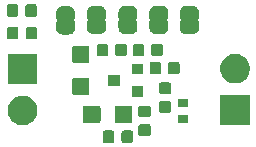
<source format=gbr>
G04 #@! TF.GenerationSoftware,KiCad,Pcbnew,(5.1.4)-1*
G04 #@! TF.CreationDate,2019-12-17T16:38:54-05:00*
G04 #@! TF.ProjectId,BJTPreamp,424a5450-7265-4616-9d70-2e6b69636164,rev?*
G04 #@! TF.SameCoordinates,Original*
G04 #@! TF.FileFunction,Soldermask,Top*
G04 #@! TF.FilePolarity,Negative*
%FSLAX46Y46*%
G04 Gerber Fmt 4.6, Leading zero omitted, Abs format (unit mm)*
G04 Created by KiCad (PCBNEW (5.1.4)-1) date 2019-12-17 16:38:54*
%MOMM*%
%LPD*%
G04 APERTURE LIST*
%ADD10C,0.100000*%
G04 APERTURE END LIST*
D10*
G36*
X82066691Y-100277985D02*
G01*
X82100669Y-100288293D01*
X82131990Y-100305034D01*
X82159439Y-100327561D01*
X82181966Y-100355010D01*
X82198707Y-100386331D01*
X82209015Y-100420309D01*
X82213100Y-100461790D01*
X82213100Y-101138010D01*
X82209015Y-101179491D01*
X82198707Y-101213469D01*
X82181966Y-101244790D01*
X82159439Y-101272239D01*
X82131990Y-101294766D01*
X82100669Y-101311507D01*
X82066691Y-101321815D01*
X82025210Y-101325900D01*
X81423990Y-101325900D01*
X81382509Y-101321815D01*
X81348531Y-101311507D01*
X81317210Y-101294766D01*
X81289761Y-101272239D01*
X81267234Y-101244790D01*
X81250493Y-101213469D01*
X81240185Y-101179491D01*
X81236100Y-101138010D01*
X81236100Y-100461790D01*
X81240185Y-100420309D01*
X81250493Y-100386331D01*
X81267234Y-100355010D01*
X81289761Y-100327561D01*
X81317210Y-100305034D01*
X81348531Y-100288293D01*
X81382509Y-100277985D01*
X81423990Y-100273900D01*
X82025210Y-100273900D01*
X82066691Y-100277985D01*
X82066691Y-100277985D01*
G37*
G36*
X80491691Y-100277985D02*
G01*
X80525669Y-100288293D01*
X80556990Y-100305034D01*
X80584439Y-100327561D01*
X80606966Y-100355010D01*
X80623707Y-100386331D01*
X80634015Y-100420309D01*
X80638100Y-100461790D01*
X80638100Y-101138010D01*
X80634015Y-101179491D01*
X80623707Y-101213469D01*
X80606966Y-101244790D01*
X80584439Y-101272239D01*
X80556990Y-101294766D01*
X80525669Y-101311507D01*
X80491691Y-101321815D01*
X80450210Y-101325900D01*
X79848990Y-101325900D01*
X79807509Y-101321815D01*
X79773531Y-101311507D01*
X79742210Y-101294766D01*
X79714761Y-101272239D01*
X79692234Y-101244790D01*
X79675493Y-101213469D01*
X79665185Y-101179491D01*
X79661100Y-101138010D01*
X79661100Y-100461790D01*
X79665185Y-100420309D01*
X79675493Y-100386331D01*
X79692234Y-100355010D01*
X79714761Y-100327561D01*
X79742210Y-100305034D01*
X79773531Y-100288293D01*
X79807509Y-100277985D01*
X79848990Y-100273900D01*
X80450210Y-100273900D01*
X80491691Y-100277985D01*
X80491691Y-100277985D01*
G37*
G36*
X83577291Y-99756785D02*
G01*
X83611269Y-99767093D01*
X83642590Y-99783834D01*
X83670039Y-99806361D01*
X83692566Y-99833810D01*
X83709307Y-99865131D01*
X83719615Y-99899109D01*
X83723700Y-99940590D01*
X83723700Y-100541810D01*
X83719615Y-100583291D01*
X83709307Y-100617269D01*
X83692566Y-100648590D01*
X83670039Y-100676039D01*
X83642590Y-100698566D01*
X83611269Y-100715307D01*
X83577291Y-100725615D01*
X83535810Y-100729700D01*
X82859590Y-100729700D01*
X82818109Y-100725615D01*
X82784131Y-100715307D01*
X82752810Y-100698566D01*
X82725361Y-100676039D01*
X82702834Y-100648590D01*
X82686093Y-100617269D01*
X82675785Y-100583291D01*
X82671700Y-100541810D01*
X82671700Y-99940590D01*
X82675785Y-99899109D01*
X82686093Y-99865131D01*
X82702834Y-99833810D01*
X82725361Y-99806361D01*
X82752810Y-99783834D01*
X82784131Y-99767093D01*
X82818109Y-99756785D01*
X82859590Y-99752700D01*
X83535810Y-99752700D01*
X83577291Y-99756785D01*
X83577291Y-99756785D01*
G37*
G36*
X73237503Y-97364195D02*
G01*
X73385990Y-97425700D01*
X73465171Y-97458498D01*
X73670066Y-97595405D01*
X73844315Y-97769654D01*
X73979579Y-97972090D01*
X73981223Y-97974551D01*
X74075525Y-98202217D01*
X74123600Y-98443906D01*
X74123600Y-98690334D01*
X74075525Y-98932023D01*
X73983290Y-99154700D01*
X73981222Y-99159691D01*
X73844315Y-99364586D01*
X73670066Y-99538835D01*
X73465171Y-99675742D01*
X73465170Y-99675743D01*
X73465169Y-99675743D01*
X73237503Y-99770045D01*
X72995814Y-99818120D01*
X72749386Y-99818120D01*
X72507697Y-99770045D01*
X72280031Y-99675743D01*
X72280030Y-99675743D01*
X72280029Y-99675742D01*
X72075134Y-99538835D01*
X71900885Y-99364586D01*
X71763978Y-99159691D01*
X71761911Y-99154700D01*
X71669675Y-98932023D01*
X71621600Y-98690334D01*
X71621600Y-98443906D01*
X71669675Y-98202217D01*
X71763977Y-97974551D01*
X71765621Y-97972090D01*
X71900885Y-97769654D01*
X72075134Y-97595405D01*
X72280029Y-97458498D01*
X72359211Y-97425700D01*
X72507697Y-97364195D01*
X72749386Y-97316120D01*
X72995814Y-97316120D01*
X73237503Y-97364195D01*
X73237503Y-97364195D01*
G37*
G36*
X92116960Y-99792840D02*
G01*
X89614960Y-99792840D01*
X89614960Y-97290840D01*
X92116960Y-97290840D01*
X92116960Y-99792840D01*
X92116960Y-99792840D01*
G37*
G36*
X86849900Y-99679200D02*
G01*
X86047900Y-99679200D01*
X86047900Y-98977200D01*
X86849900Y-98977200D01*
X86849900Y-99679200D01*
X86849900Y-99679200D01*
G37*
G36*
X79308598Y-98185847D02*
G01*
X79344167Y-98196637D01*
X79376939Y-98214154D01*
X79405669Y-98237731D01*
X79429246Y-98266461D01*
X79446763Y-98299233D01*
X79457553Y-98334802D01*
X79461800Y-98377925D01*
X79461800Y-99437275D01*
X79457553Y-99480398D01*
X79446763Y-99515967D01*
X79429246Y-99548739D01*
X79405669Y-99577469D01*
X79376939Y-99601046D01*
X79344167Y-99618563D01*
X79308598Y-99629353D01*
X79265475Y-99633600D01*
X78156125Y-99633600D01*
X78113002Y-99629353D01*
X78077433Y-99618563D01*
X78044661Y-99601046D01*
X78015931Y-99577469D01*
X77992354Y-99548739D01*
X77974837Y-99515967D01*
X77964047Y-99480398D01*
X77959800Y-99437275D01*
X77959800Y-98377925D01*
X77964047Y-98334802D01*
X77974837Y-98299233D01*
X77992354Y-98266461D01*
X78015931Y-98237731D01*
X78044661Y-98214154D01*
X78077433Y-98196637D01*
X78113002Y-98185847D01*
X78156125Y-98181600D01*
X79265475Y-98181600D01*
X79308598Y-98185847D01*
X79308598Y-98185847D01*
G37*
G36*
X82008598Y-98185847D02*
G01*
X82044167Y-98196637D01*
X82076939Y-98214154D01*
X82105669Y-98237731D01*
X82129246Y-98266461D01*
X82146763Y-98299233D01*
X82157553Y-98334802D01*
X82161800Y-98377925D01*
X82161800Y-99437275D01*
X82157553Y-99480398D01*
X82146763Y-99515967D01*
X82129246Y-99548739D01*
X82105669Y-99577469D01*
X82076939Y-99601046D01*
X82044167Y-99618563D01*
X82008598Y-99629353D01*
X81965475Y-99633600D01*
X80856125Y-99633600D01*
X80813002Y-99629353D01*
X80777433Y-99618563D01*
X80744661Y-99601046D01*
X80715931Y-99577469D01*
X80692354Y-99548739D01*
X80674837Y-99515967D01*
X80664047Y-99480398D01*
X80659800Y-99437275D01*
X80659800Y-98377925D01*
X80664047Y-98334802D01*
X80674837Y-98299233D01*
X80692354Y-98266461D01*
X80715931Y-98237731D01*
X80744661Y-98214154D01*
X80777433Y-98196637D01*
X80813002Y-98185847D01*
X80856125Y-98181600D01*
X81965475Y-98181600D01*
X82008598Y-98185847D01*
X82008598Y-98185847D01*
G37*
G36*
X83577291Y-98181785D02*
G01*
X83611269Y-98192093D01*
X83642590Y-98208834D01*
X83670039Y-98231361D01*
X83692566Y-98258810D01*
X83709307Y-98290131D01*
X83719615Y-98324109D01*
X83723700Y-98365590D01*
X83723700Y-98966810D01*
X83719615Y-99008291D01*
X83709307Y-99042269D01*
X83692566Y-99073590D01*
X83670039Y-99101039D01*
X83642590Y-99123566D01*
X83611269Y-99140307D01*
X83577291Y-99150615D01*
X83535810Y-99154700D01*
X82859590Y-99154700D01*
X82818109Y-99150615D01*
X82784131Y-99140307D01*
X82752810Y-99123566D01*
X82725361Y-99101039D01*
X82702834Y-99073590D01*
X82686093Y-99042269D01*
X82675785Y-99008291D01*
X82671700Y-98966810D01*
X82671700Y-98365590D01*
X82675785Y-98324109D01*
X82686093Y-98290131D01*
X82702834Y-98258810D01*
X82725361Y-98231361D01*
X82752810Y-98208834D01*
X82784131Y-98192093D01*
X82818109Y-98181785D01*
X82859590Y-98177700D01*
X83535810Y-98177700D01*
X83577291Y-98181785D01*
X83577291Y-98181785D01*
G37*
G36*
X85317191Y-97788285D02*
G01*
X85351169Y-97798593D01*
X85382490Y-97815334D01*
X85409939Y-97837861D01*
X85432466Y-97865310D01*
X85449207Y-97896631D01*
X85459515Y-97930609D01*
X85463600Y-97972090D01*
X85463600Y-98573310D01*
X85459515Y-98614791D01*
X85449207Y-98648769D01*
X85432466Y-98680090D01*
X85409939Y-98707539D01*
X85382490Y-98730066D01*
X85351169Y-98746807D01*
X85317191Y-98757115D01*
X85275710Y-98761200D01*
X84599490Y-98761200D01*
X84558009Y-98757115D01*
X84524031Y-98746807D01*
X84492710Y-98730066D01*
X84465261Y-98707539D01*
X84442734Y-98680090D01*
X84425993Y-98648769D01*
X84415685Y-98614791D01*
X84411600Y-98573310D01*
X84411600Y-97972090D01*
X84415685Y-97930609D01*
X84425993Y-97896631D01*
X84442734Y-97865310D01*
X84465261Y-97837861D01*
X84492710Y-97815334D01*
X84524031Y-97798593D01*
X84558009Y-97788285D01*
X84599490Y-97784200D01*
X85275710Y-97784200D01*
X85317191Y-97788285D01*
X85317191Y-97788285D01*
G37*
G36*
X86849900Y-98279200D02*
G01*
X86047900Y-98279200D01*
X86047900Y-97577200D01*
X86849900Y-97577200D01*
X86849900Y-98279200D01*
X86849900Y-98279200D01*
G37*
G36*
X83098500Y-97425700D02*
G01*
X82096500Y-97425700D01*
X82096500Y-96523700D01*
X83098500Y-96523700D01*
X83098500Y-97425700D01*
X83098500Y-97425700D01*
G37*
G36*
X78360298Y-95802447D02*
G01*
X78395867Y-95813237D01*
X78428639Y-95830754D01*
X78457369Y-95854331D01*
X78480946Y-95883061D01*
X78498463Y-95915833D01*
X78509253Y-95951402D01*
X78513500Y-95994525D01*
X78513500Y-97103875D01*
X78509253Y-97146998D01*
X78498463Y-97182567D01*
X78480946Y-97215339D01*
X78457369Y-97244069D01*
X78428639Y-97267646D01*
X78395867Y-97285163D01*
X78360298Y-97295953D01*
X78317175Y-97300200D01*
X77257825Y-97300200D01*
X77214702Y-97295953D01*
X77179133Y-97285163D01*
X77146361Y-97267646D01*
X77117631Y-97244069D01*
X77094054Y-97215339D01*
X77076537Y-97182567D01*
X77065747Y-97146998D01*
X77061500Y-97103875D01*
X77061500Y-95994525D01*
X77065747Y-95951402D01*
X77076537Y-95915833D01*
X77094054Y-95883061D01*
X77117631Y-95854331D01*
X77146361Y-95830754D01*
X77179133Y-95813237D01*
X77214702Y-95802447D01*
X77257825Y-95798200D01*
X78317175Y-95798200D01*
X78360298Y-95802447D01*
X78360298Y-95802447D01*
G37*
G36*
X85317191Y-96213285D02*
G01*
X85351169Y-96223593D01*
X85382490Y-96240334D01*
X85409939Y-96262861D01*
X85432466Y-96290310D01*
X85449207Y-96321631D01*
X85459515Y-96355609D01*
X85463600Y-96397090D01*
X85463600Y-96998310D01*
X85459515Y-97039791D01*
X85449207Y-97073769D01*
X85432466Y-97105090D01*
X85409939Y-97132539D01*
X85382490Y-97155066D01*
X85351169Y-97171807D01*
X85317191Y-97182115D01*
X85275710Y-97186200D01*
X84599490Y-97186200D01*
X84558009Y-97182115D01*
X84524031Y-97171807D01*
X84492710Y-97155066D01*
X84465261Y-97132539D01*
X84442734Y-97105090D01*
X84425993Y-97073769D01*
X84415685Y-97039791D01*
X84411600Y-96998310D01*
X84411600Y-96397090D01*
X84415685Y-96355609D01*
X84425993Y-96321631D01*
X84442734Y-96290310D01*
X84465261Y-96262861D01*
X84492710Y-96240334D01*
X84524031Y-96223593D01*
X84558009Y-96213285D01*
X84599490Y-96209200D01*
X85275710Y-96209200D01*
X85317191Y-96213285D01*
X85317191Y-96213285D01*
G37*
G36*
X81098500Y-96475700D02*
G01*
X80096500Y-96475700D01*
X80096500Y-95573700D01*
X81098500Y-95573700D01*
X81098500Y-96475700D01*
X81098500Y-96475700D01*
G37*
G36*
X74123600Y-96318120D02*
G01*
X71621600Y-96318120D01*
X71621600Y-93816120D01*
X74123600Y-93816120D01*
X74123600Y-96318120D01*
X74123600Y-96318120D01*
G37*
G36*
X91230863Y-93838915D02*
G01*
X91442219Y-93926461D01*
X91458531Y-93933218D01*
X91663426Y-94070125D01*
X91837675Y-94244374D01*
X91974582Y-94449269D01*
X91974583Y-94449271D01*
X92068885Y-94676937D01*
X92116960Y-94918626D01*
X92116960Y-95165054D01*
X92068885Y-95406743D01*
X92019612Y-95525700D01*
X91974582Y-95634411D01*
X91837675Y-95839306D01*
X91663426Y-96013555D01*
X91458531Y-96150462D01*
X91458530Y-96150463D01*
X91458529Y-96150463D01*
X91230863Y-96244765D01*
X90989174Y-96292840D01*
X90742746Y-96292840D01*
X90501057Y-96244765D01*
X90273391Y-96150463D01*
X90273390Y-96150463D01*
X90273389Y-96150462D01*
X90068494Y-96013555D01*
X89894245Y-95839306D01*
X89757338Y-95634411D01*
X89712309Y-95525700D01*
X89663035Y-95406743D01*
X89614960Y-95165054D01*
X89614960Y-94918626D01*
X89663035Y-94676937D01*
X89757337Y-94449271D01*
X89757338Y-94449269D01*
X89894245Y-94244374D01*
X90068494Y-94070125D01*
X90273389Y-93933218D01*
X90289702Y-93926461D01*
X90501057Y-93838915D01*
X90742746Y-93790840D01*
X90989174Y-93790840D01*
X91230863Y-93838915D01*
X91230863Y-93838915D01*
G37*
G36*
X83098500Y-95525700D02*
G01*
X82096500Y-95525700D01*
X82096500Y-94623700D01*
X83098500Y-94623700D01*
X83098500Y-95525700D01*
X83098500Y-95525700D01*
G37*
G36*
X86016391Y-94461385D02*
G01*
X86050369Y-94471693D01*
X86081690Y-94488434D01*
X86109139Y-94510961D01*
X86131666Y-94538410D01*
X86148407Y-94569731D01*
X86158715Y-94603709D01*
X86162800Y-94645190D01*
X86162800Y-95321410D01*
X86158715Y-95362891D01*
X86148407Y-95396869D01*
X86131666Y-95428190D01*
X86109139Y-95455639D01*
X86081690Y-95478166D01*
X86050369Y-95494907D01*
X86016391Y-95505215D01*
X85974910Y-95509300D01*
X85373690Y-95509300D01*
X85332209Y-95505215D01*
X85298231Y-95494907D01*
X85266910Y-95478166D01*
X85239461Y-95455639D01*
X85216934Y-95428190D01*
X85200193Y-95396869D01*
X85189885Y-95362891D01*
X85185800Y-95321410D01*
X85185800Y-94645190D01*
X85189885Y-94603709D01*
X85200193Y-94569731D01*
X85216934Y-94538410D01*
X85239461Y-94510961D01*
X85266910Y-94488434D01*
X85298231Y-94471693D01*
X85332209Y-94461385D01*
X85373690Y-94457300D01*
X85974910Y-94457300D01*
X86016391Y-94461385D01*
X86016391Y-94461385D01*
G37*
G36*
X84441391Y-94461385D02*
G01*
X84475369Y-94471693D01*
X84506690Y-94488434D01*
X84534139Y-94510961D01*
X84556666Y-94538410D01*
X84573407Y-94569731D01*
X84583715Y-94603709D01*
X84587800Y-94645190D01*
X84587800Y-95321410D01*
X84583715Y-95362891D01*
X84573407Y-95396869D01*
X84556666Y-95428190D01*
X84534139Y-95455639D01*
X84506690Y-95478166D01*
X84475369Y-95494907D01*
X84441391Y-95505215D01*
X84399910Y-95509300D01*
X83798690Y-95509300D01*
X83757209Y-95505215D01*
X83723231Y-95494907D01*
X83691910Y-95478166D01*
X83664461Y-95455639D01*
X83641934Y-95428190D01*
X83625193Y-95396869D01*
X83614885Y-95362891D01*
X83610800Y-95321410D01*
X83610800Y-94645190D01*
X83614885Y-94603709D01*
X83625193Y-94569731D01*
X83641934Y-94538410D01*
X83664461Y-94510961D01*
X83691910Y-94488434D01*
X83723231Y-94471693D01*
X83757209Y-94461385D01*
X83798690Y-94457300D01*
X84399910Y-94457300D01*
X84441391Y-94461385D01*
X84441391Y-94461385D01*
G37*
G36*
X78360298Y-93102447D02*
G01*
X78395867Y-93113237D01*
X78428639Y-93130754D01*
X78457369Y-93154331D01*
X78480946Y-93183061D01*
X78498463Y-93215833D01*
X78509253Y-93251402D01*
X78513500Y-93294525D01*
X78513500Y-94403875D01*
X78509253Y-94446998D01*
X78498463Y-94482567D01*
X78480946Y-94515339D01*
X78457369Y-94544069D01*
X78428639Y-94567646D01*
X78395867Y-94585163D01*
X78360298Y-94595953D01*
X78317175Y-94600200D01*
X77257825Y-94600200D01*
X77214702Y-94595953D01*
X77179133Y-94585163D01*
X77146361Y-94567646D01*
X77117631Y-94544069D01*
X77094054Y-94515339D01*
X77076537Y-94482567D01*
X77065747Y-94446998D01*
X77061500Y-94403875D01*
X77061500Y-93294525D01*
X77065747Y-93251402D01*
X77076537Y-93215833D01*
X77094054Y-93183061D01*
X77117631Y-93154331D01*
X77146361Y-93130754D01*
X77179133Y-93113237D01*
X77214702Y-93102447D01*
X77257825Y-93098200D01*
X78317175Y-93098200D01*
X78360298Y-93102447D01*
X78360298Y-93102447D01*
G37*
G36*
X83018991Y-92950085D02*
G01*
X83052969Y-92960393D01*
X83084290Y-92977134D01*
X83111739Y-92999661D01*
X83134266Y-93027110D01*
X83151007Y-93058431D01*
X83161315Y-93092409D01*
X83165400Y-93133890D01*
X83165400Y-93810110D01*
X83161315Y-93851591D01*
X83151007Y-93885569D01*
X83134266Y-93916890D01*
X83111739Y-93944339D01*
X83084290Y-93966866D01*
X83052969Y-93983607D01*
X83018991Y-93993915D01*
X82977510Y-93998000D01*
X82376290Y-93998000D01*
X82334809Y-93993915D01*
X82300831Y-93983607D01*
X82269510Y-93966866D01*
X82242061Y-93944339D01*
X82219534Y-93916890D01*
X82202793Y-93885569D01*
X82192485Y-93851591D01*
X82188400Y-93810110D01*
X82188400Y-93133890D01*
X82192485Y-93092409D01*
X82202793Y-93058431D01*
X82219534Y-93027110D01*
X82242061Y-92999661D01*
X82269510Y-92977134D01*
X82300831Y-92960393D01*
X82334809Y-92950085D01*
X82376290Y-92946000D01*
X82977510Y-92946000D01*
X83018991Y-92950085D01*
X83018991Y-92950085D01*
G37*
G36*
X81545991Y-92950085D02*
G01*
X81579969Y-92960393D01*
X81611290Y-92977134D01*
X81638739Y-92999661D01*
X81661266Y-93027110D01*
X81678007Y-93058431D01*
X81688315Y-93092409D01*
X81692400Y-93133890D01*
X81692400Y-93810110D01*
X81688315Y-93851591D01*
X81678007Y-93885569D01*
X81661266Y-93916890D01*
X81638739Y-93944339D01*
X81611290Y-93966866D01*
X81579969Y-93983607D01*
X81545991Y-93993915D01*
X81504510Y-93998000D01*
X80903290Y-93998000D01*
X80861809Y-93993915D01*
X80827831Y-93983607D01*
X80796510Y-93966866D01*
X80769061Y-93944339D01*
X80746534Y-93916890D01*
X80729793Y-93885569D01*
X80719485Y-93851591D01*
X80715400Y-93810110D01*
X80715400Y-93133890D01*
X80719485Y-93092409D01*
X80729793Y-93058431D01*
X80746534Y-93027110D01*
X80769061Y-92999661D01*
X80796510Y-92977134D01*
X80827831Y-92960393D01*
X80861809Y-92950085D01*
X80903290Y-92946000D01*
X81504510Y-92946000D01*
X81545991Y-92950085D01*
X81545991Y-92950085D01*
G37*
G36*
X79970991Y-92950085D02*
G01*
X80004969Y-92960393D01*
X80036290Y-92977134D01*
X80063739Y-92999661D01*
X80086266Y-93027110D01*
X80103007Y-93058431D01*
X80113315Y-93092409D01*
X80117400Y-93133890D01*
X80117400Y-93810110D01*
X80113315Y-93851591D01*
X80103007Y-93885569D01*
X80086266Y-93916890D01*
X80063739Y-93944339D01*
X80036290Y-93966866D01*
X80004969Y-93983607D01*
X79970991Y-93993915D01*
X79929510Y-93998000D01*
X79328290Y-93998000D01*
X79286809Y-93993915D01*
X79252831Y-93983607D01*
X79221510Y-93966866D01*
X79194061Y-93944339D01*
X79171534Y-93916890D01*
X79154793Y-93885569D01*
X79144485Y-93851591D01*
X79140400Y-93810110D01*
X79140400Y-93133890D01*
X79144485Y-93092409D01*
X79154793Y-93058431D01*
X79171534Y-93027110D01*
X79194061Y-92999661D01*
X79221510Y-92977134D01*
X79252831Y-92960393D01*
X79286809Y-92950085D01*
X79328290Y-92946000D01*
X79929510Y-92946000D01*
X79970991Y-92950085D01*
X79970991Y-92950085D01*
G37*
G36*
X84593991Y-92950085D02*
G01*
X84627969Y-92960393D01*
X84659290Y-92977134D01*
X84686739Y-92999661D01*
X84709266Y-93027110D01*
X84726007Y-93058431D01*
X84736315Y-93092409D01*
X84740400Y-93133890D01*
X84740400Y-93810110D01*
X84736315Y-93851591D01*
X84726007Y-93885569D01*
X84709266Y-93916890D01*
X84686739Y-93944339D01*
X84659290Y-93966866D01*
X84627969Y-93983607D01*
X84593991Y-93993915D01*
X84552510Y-93998000D01*
X83951290Y-93998000D01*
X83909809Y-93993915D01*
X83875831Y-93983607D01*
X83844510Y-93966866D01*
X83817061Y-93944339D01*
X83794534Y-93916890D01*
X83777793Y-93885569D01*
X83767485Y-93851591D01*
X83763400Y-93810110D01*
X83763400Y-93133890D01*
X83767485Y-93092409D01*
X83777793Y-93058431D01*
X83794534Y-93027110D01*
X83817061Y-92999661D01*
X83844510Y-92977134D01*
X83875831Y-92960393D01*
X83909809Y-92950085D01*
X83951290Y-92946000D01*
X84552510Y-92946000D01*
X84593991Y-92950085D01*
X84593991Y-92950085D01*
G37*
G36*
X72371311Y-91507365D02*
G01*
X72405289Y-91517673D01*
X72436610Y-91534414D01*
X72464059Y-91556941D01*
X72486586Y-91584390D01*
X72503327Y-91615711D01*
X72513635Y-91649689D01*
X72517720Y-91691170D01*
X72517720Y-92367390D01*
X72513635Y-92408871D01*
X72503327Y-92442849D01*
X72486586Y-92474170D01*
X72464059Y-92501619D01*
X72436610Y-92524146D01*
X72405289Y-92540887D01*
X72371311Y-92551195D01*
X72329830Y-92555280D01*
X71728610Y-92555280D01*
X71687129Y-92551195D01*
X71653151Y-92540887D01*
X71621830Y-92524146D01*
X71594381Y-92501619D01*
X71571854Y-92474170D01*
X71555113Y-92442849D01*
X71544805Y-92408871D01*
X71540720Y-92367390D01*
X71540720Y-91691170D01*
X71544805Y-91649689D01*
X71555113Y-91615711D01*
X71571854Y-91584390D01*
X71594381Y-91556941D01*
X71621830Y-91534414D01*
X71653151Y-91517673D01*
X71687129Y-91507365D01*
X71728610Y-91503280D01*
X72329830Y-91503280D01*
X72371311Y-91507365D01*
X72371311Y-91507365D01*
G37*
G36*
X73946311Y-91507365D02*
G01*
X73980289Y-91517673D01*
X74011610Y-91534414D01*
X74039059Y-91556941D01*
X74061586Y-91584390D01*
X74078327Y-91615711D01*
X74088635Y-91649689D01*
X74092720Y-91691170D01*
X74092720Y-92367390D01*
X74088635Y-92408871D01*
X74078327Y-92442849D01*
X74061586Y-92474170D01*
X74039059Y-92501619D01*
X74011610Y-92524146D01*
X73980289Y-92540887D01*
X73946311Y-92551195D01*
X73904830Y-92555280D01*
X73303610Y-92555280D01*
X73262129Y-92551195D01*
X73228151Y-92540887D01*
X73196830Y-92524146D01*
X73169381Y-92501619D01*
X73146854Y-92474170D01*
X73130113Y-92442849D01*
X73119805Y-92408871D01*
X73115720Y-92367390D01*
X73115720Y-91691170D01*
X73119805Y-91649689D01*
X73130113Y-91615711D01*
X73146854Y-91584390D01*
X73169381Y-91556941D01*
X73196830Y-91534414D01*
X73228151Y-91517673D01*
X73262129Y-91507365D01*
X73303610Y-91503280D01*
X73904830Y-91503280D01*
X73946311Y-91507365D01*
X73946311Y-91507365D01*
G37*
G36*
X76761919Y-89747194D02*
G01*
X76774170Y-89747796D01*
X76792589Y-89747796D01*
X76814869Y-89749990D01*
X76898953Y-89766716D01*
X76920380Y-89773216D01*
X76999578Y-89806020D01*
X77005023Y-89808931D01*
X77005029Y-89808933D01*
X77013889Y-89813669D01*
X77013893Y-89813672D01*
X77019334Y-89816580D01*
X77090619Y-89864211D01*
X77107924Y-89878412D01*
X77168548Y-89939036D01*
X77182749Y-89956341D01*
X77230380Y-90027626D01*
X77233288Y-90033067D01*
X77233291Y-90033071D01*
X77238027Y-90041931D01*
X77238029Y-90041937D01*
X77240940Y-90047382D01*
X77273744Y-90126580D01*
X77280244Y-90148007D01*
X77296970Y-90232091D01*
X77299164Y-90254371D01*
X77299164Y-90272790D01*
X77299766Y-90285041D01*
X77301572Y-90303379D01*
X77301572Y-90791100D01*
X77299983Y-90807239D01*
X77297068Y-90816848D01*
X77292330Y-90825712D01*
X77285957Y-90833477D01*
X77273514Y-90843688D01*
X77263145Y-90850618D01*
X77245818Y-90867945D01*
X77232205Y-90888320D01*
X77222829Y-90910960D01*
X77218049Y-90934993D01*
X77218050Y-90959497D01*
X77222832Y-90983530D01*
X77232210Y-91006169D01*
X77245825Y-91026542D01*
X77263152Y-91043869D01*
X77273522Y-91050798D01*
X77285957Y-91061003D01*
X77292330Y-91068768D01*
X77297068Y-91077632D01*
X77299983Y-91087241D01*
X77301572Y-91103380D01*
X77301572Y-91591102D01*
X77299766Y-91609439D01*
X77299164Y-91621690D01*
X77299164Y-91640109D01*
X77296970Y-91662389D01*
X77280244Y-91746473D01*
X77273744Y-91767900D01*
X77240940Y-91847098D01*
X77238029Y-91852543D01*
X77238027Y-91852549D01*
X77233291Y-91861409D01*
X77233288Y-91861413D01*
X77230380Y-91866854D01*
X77182749Y-91938139D01*
X77168548Y-91955444D01*
X77107924Y-92016068D01*
X77090619Y-92030269D01*
X77019334Y-92077900D01*
X77013893Y-92080808D01*
X77013889Y-92080811D01*
X77005029Y-92085547D01*
X77005023Y-92085549D01*
X76999578Y-92088460D01*
X76920380Y-92121264D01*
X76898953Y-92127764D01*
X76814869Y-92144490D01*
X76792589Y-92146684D01*
X76774170Y-92146684D01*
X76761919Y-92147286D01*
X76743582Y-92149092D01*
X76255858Y-92149092D01*
X76237521Y-92147286D01*
X76225270Y-92146684D01*
X76206851Y-92146684D01*
X76184571Y-92144490D01*
X76100487Y-92127764D01*
X76079060Y-92121264D01*
X75999862Y-92088460D01*
X75994417Y-92085549D01*
X75994411Y-92085547D01*
X75985551Y-92080811D01*
X75985547Y-92080808D01*
X75980106Y-92077900D01*
X75908821Y-92030269D01*
X75891516Y-92016068D01*
X75830892Y-91955444D01*
X75816691Y-91938139D01*
X75769060Y-91866854D01*
X75766152Y-91861413D01*
X75766149Y-91861409D01*
X75761413Y-91852549D01*
X75761411Y-91852543D01*
X75758500Y-91847098D01*
X75725696Y-91767900D01*
X75719196Y-91746473D01*
X75702470Y-91662389D01*
X75700276Y-91640109D01*
X75700276Y-91621690D01*
X75699674Y-91609439D01*
X75697868Y-91591102D01*
X75697868Y-91103380D01*
X75699457Y-91087241D01*
X75702372Y-91077632D01*
X75707110Y-91068768D01*
X75713483Y-91061003D01*
X75725926Y-91050792D01*
X75736295Y-91043862D01*
X75753622Y-91026535D01*
X75767235Y-91006160D01*
X75776611Y-90983520D01*
X75781391Y-90959487D01*
X75781390Y-90934983D01*
X75776608Y-90910950D01*
X75767230Y-90888311D01*
X75753615Y-90867938D01*
X75736288Y-90850611D01*
X75725918Y-90843682D01*
X75713483Y-90833477D01*
X75707110Y-90825712D01*
X75702372Y-90816848D01*
X75699457Y-90807239D01*
X75697868Y-90791100D01*
X75697868Y-90303379D01*
X75699674Y-90285041D01*
X75700276Y-90272790D01*
X75700276Y-90254371D01*
X75702470Y-90232091D01*
X75719196Y-90148007D01*
X75725696Y-90126580D01*
X75758500Y-90047382D01*
X75761411Y-90041937D01*
X75761413Y-90041931D01*
X75766149Y-90033071D01*
X75766152Y-90033067D01*
X75769060Y-90027626D01*
X75816691Y-89956341D01*
X75830892Y-89939036D01*
X75891516Y-89878412D01*
X75908821Y-89864211D01*
X75980106Y-89816580D01*
X75985547Y-89813672D01*
X75985551Y-89813669D01*
X75994411Y-89808933D01*
X75994417Y-89808931D01*
X75999862Y-89806020D01*
X76079060Y-89773216D01*
X76100487Y-89766716D01*
X76184571Y-89749990D01*
X76206851Y-89747796D01*
X76225270Y-89747796D01*
X76237521Y-89747194D01*
X76255859Y-89745388D01*
X76743581Y-89745388D01*
X76761919Y-89747194D01*
X76761919Y-89747194D01*
G37*
G36*
X79378119Y-89716954D02*
G01*
X79390370Y-89717556D01*
X79408789Y-89717556D01*
X79431069Y-89719750D01*
X79515153Y-89736476D01*
X79536580Y-89742976D01*
X79615778Y-89775780D01*
X79621223Y-89778691D01*
X79621229Y-89778693D01*
X79630089Y-89783429D01*
X79630093Y-89783432D01*
X79635534Y-89786340D01*
X79706819Y-89833971D01*
X79724124Y-89848172D01*
X79784748Y-89908796D01*
X79798949Y-89926101D01*
X79846580Y-89997386D01*
X79849488Y-90002827D01*
X79849491Y-90002831D01*
X79854227Y-90011691D01*
X79854229Y-90011697D01*
X79857140Y-90017142D01*
X79889944Y-90096340D01*
X79896444Y-90117767D01*
X79913170Y-90201851D01*
X79915364Y-90224131D01*
X79915364Y-90242550D01*
X79915966Y-90254801D01*
X79917772Y-90273139D01*
X79917772Y-90760860D01*
X79916183Y-90776999D01*
X79913268Y-90786608D01*
X79908530Y-90795472D01*
X79902157Y-90803237D01*
X79889714Y-90813448D01*
X79879345Y-90820378D01*
X79862018Y-90837705D01*
X79848405Y-90858080D01*
X79839029Y-90880720D01*
X79834249Y-90904753D01*
X79834250Y-90929257D01*
X79839032Y-90953290D01*
X79848410Y-90975929D01*
X79862025Y-90996302D01*
X79879352Y-91013629D01*
X79889722Y-91020558D01*
X79902157Y-91030763D01*
X79908530Y-91038528D01*
X79913268Y-91047392D01*
X79916183Y-91057001D01*
X79917772Y-91073140D01*
X79917772Y-91560862D01*
X79915966Y-91579199D01*
X79915364Y-91591450D01*
X79915364Y-91609869D01*
X79913170Y-91632149D01*
X79896444Y-91716233D01*
X79889944Y-91737660D01*
X79857140Y-91816858D01*
X79854229Y-91822303D01*
X79854227Y-91822309D01*
X79849491Y-91831169D01*
X79849488Y-91831173D01*
X79846580Y-91836614D01*
X79798949Y-91907899D01*
X79784748Y-91925204D01*
X79724124Y-91985828D01*
X79706819Y-92000029D01*
X79635534Y-92047660D01*
X79630093Y-92050568D01*
X79630089Y-92050571D01*
X79621229Y-92055307D01*
X79621223Y-92055309D01*
X79615778Y-92058220D01*
X79536580Y-92091024D01*
X79515153Y-92097524D01*
X79431069Y-92114250D01*
X79408789Y-92116444D01*
X79390370Y-92116444D01*
X79378119Y-92117046D01*
X79359782Y-92118852D01*
X78872058Y-92118852D01*
X78853721Y-92117046D01*
X78841470Y-92116444D01*
X78823051Y-92116444D01*
X78800771Y-92114250D01*
X78716687Y-92097524D01*
X78695260Y-92091024D01*
X78616062Y-92058220D01*
X78610617Y-92055309D01*
X78610611Y-92055307D01*
X78601751Y-92050571D01*
X78601747Y-92050568D01*
X78596306Y-92047660D01*
X78525021Y-92000029D01*
X78507716Y-91985828D01*
X78447092Y-91925204D01*
X78432891Y-91907899D01*
X78385260Y-91836614D01*
X78382352Y-91831173D01*
X78382349Y-91831169D01*
X78377613Y-91822309D01*
X78377611Y-91822303D01*
X78374700Y-91816858D01*
X78341896Y-91737660D01*
X78335396Y-91716233D01*
X78318670Y-91632149D01*
X78316476Y-91609869D01*
X78316476Y-91591450D01*
X78315874Y-91579199D01*
X78314068Y-91560862D01*
X78314068Y-91073140D01*
X78315657Y-91057001D01*
X78318572Y-91047392D01*
X78323310Y-91038528D01*
X78329683Y-91030763D01*
X78332600Y-91028369D01*
X78337449Y-91024390D01*
X78342126Y-91020552D01*
X78352495Y-91013622D01*
X78369822Y-90996295D01*
X78383435Y-90975920D01*
X78392811Y-90953280D01*
X78397591Y-90929247D01*
X78397590Y-90904743D01*
X78392808Y-90880710D01*
X78383430Y-90858071D01*
X78369815Y-90837698D01*
X78352488Y-90820371D01*
X78342118Y-90813442D01*
X78329683Y-90803237D01*
X78323310Y-90795472D01*
X78318572Y-90786608D01*
X78315657Y-90776999D01*
X78314068Y-90760860D01*
X78314068Y-90273139D01*
X78315874Y-90254801D01*
X78316476Y-90242550D01*
X78316476Y-90224131D01*
X78318670Y-90201851D01*
X78335396Y-90117767D01*
X78341896Y-90096340D01*
X78374700Y-90017142D01*
X78377611Y-90011697D01*
X78377613Y-90011691D01*
X78382349Y-90002831D01*
X78382352Y-90002827D01*
X78385260Y-89997386D01*
X78432891Y-89926101D01*
X78447092Y-89908796D01*
X78507716Y-89848172D01*
X78525021Y-89833971D01*
X78596306Y-89786340D01*
X78601747Y-89783432D01*
X78601751Y-89783429D01*
X78610611Y-89778693D01*
X78610617Y-89778691D01*
X78616062Y-89775780D01*
X78695260Y-89742976D01*
X78716687Y-89736476D01*
X78800771Y-89719750D01*
X78823051Y-89717556D01*
X78841470Y-89717556D01*
X78853721Y-89716954D01*
X78872059Y-89715148D01*
X79359781Y-89715148D01*
X79378119Y-89716954D01*
X79378119Y-89716954D01*
G37*
G36*
X87247039Y-89711634D02*
G01*
X87259290Y-89712236D01*
X87277709Y-89712236D01*
X87299989Y-89714430D01*
X87384073Y-89731156D01*
X87405500Y-89737656D01*
X87484698Y-89770460D01*
X87490143Y-89773371D01*
X87490149Y-89773373D01*
X87499009Y-89778109D01*
X87499013Y-89778112D01*
X87504454Y-89781020D01*
X87575739Y-89828651D01*
X87593044Y-89842852D01*
X87653668Y-89903476D01*
X87667869Y-89920781D01*
X87715500Y-89992066D01*
X87718408Y-89997507D01*
X87718411Y-89997511D01*
X87723147Y-90006371D01*
X87723149Y-90006377D01*
X87726060Y-90011822D01*
X87758864Y-90091020D01*
X87765364Y-90112447D01*
X87782090Y-90196531D01*
X87784284Y-90218811D01*
X87784284Y-90237230D01*
X87784886Y-90249481D01*
X87786692Y-90267819D01*
X87786692Y-90755540D01*
X87785103Y-90771679D01*
X87782188Y-90781288D01*
X87777450Y-90790152D01*
X87771077Y-90797917D01*
X87758634Y-90808128D01*
X87748265Y-90815058D01*
X87730938Y-90832385D01*
X87717325Y-90852760D01*
X87707949Y-90875400D01*
X87703169Y-90899433D01*
X87703170Y-90923937D01*
X87707952Y-90947970D01*
X87717330Y-90970609D01*
X87730945Y-90990982D01*
X87748272Y-91008309D01*
X87758642Y-91015238D01*
X87771077Y-91025443D01*
X87777450Y-91033208D01*
X87782188Y-91042072D01*
X87785103Y-91051681D01*
X87786692Y-91067820D01*
X87786692Y-91555542D01*
X87784886Y-91573879D01*
X87784284Y-91586130D01*
X87784284Y-91604549D01*
X87782090Y-91626829D01*
X87765364Y-91710913D01*
X87758864Y-91732340D01*
X87726060Y-91811538D01*
X87723149Y-91816983D01*
X87723147Y-91816989D01*
X87718411Y-91825849D01*
X87718408Y-91825853D01*
X87715500Y-91831294D01*
X87667869Y-91902579D01*
X87653668Y-91919884D01*
X87593044Y-91980508D01*
X87575739Y-91994709D01*
X87504454Y-92042340D01*
X87499013Y-92045248D01*
X87499009Y-92045251D01*
X87490149Y-92049987D01*
X87490143Y-92049989D01*
X87484698Y-92052900D01*
X87405500Y-92085704D01*
X87384073Y-92092204D01*
X87299989Y-92108930D01*
X87277709Y-92111124D01*
X87259290Y-92111124D01*
X87247039Y-92111726D01*
X87228702Y-92113532D01*
X86740978Y-92113532D01*
X86722641Y-92111726D01*
X86710390Y-92111124D01*
X86691971Y-92111124D01*
X86669691Y-92108930D01*
X86585607Y-92092204D01*
X86564180Y-92085704D01*
X86484982Y-92052900D01*
X86479537Y-92049989D01*
X86479531Y-92049987D01*
X86470671Y-92045251D01*
X86470667Y-92045248D01*
X86465226Y-92042340D01*
X86393941Y-91994709D01*
X86376636Y-91980508D01*
X86316012Y-91919884D01*
X86301811Y-91902579D01*
X86254180Y-91831294D01*
X86251272Y-91825853D01*
X86251269Y-91825849D01*
X86246533Y-91816989D01*
X86246531Y-91816983D01*
X86243620Y-91811538D01*
X86210816Y-91732340D01*
X86204316Y-91710913D01*
X86187590Y-91626829D01*
X86185396Y-91604549D01*
X86185396Y-91586130D01*
X86184794Y-91573879D01*
X86182988Y-91555542D01*
X86182988Y-91067820D01*
X86184577Y-91051681D01*
X86187492Y-91042072D01*
X86192230Y-91033208D01*
X86198603Y-91025443D01*
X86211046Y-91015232D01*
X86221415Y-91008302D01*
X86238742Y-90990975D01*
X86252355Y-90970600D01*
X86261731Y-90947960D01*
X86266511Y-90923927D01*
X86266510Y-90899423D01*
X86261728Y-90875390D01*
X86252350Y-90852751D01*
X86238735Y-90832378D01*
X86221408Y-90815051D01*
X86211038Y-90808122D01*
X86198603Y-90797917D01*
X86192230Y-90790152D01*
X86187492Y-90781288D01*
X86184577Y-90771679D01*
X86182988Y-90755540D01*
X86182988Y-90267819D01*
X86184794Y-90249481D01*
X86185396Y-90237230D01*
X86185396Y-90218811D01*
X86187590Y-90196531D01*
X86204316Y-90112447D01*
X86210816Y-90091020D01*
X86243620Y-90011822D01*
X86246531Y-90006377D01*
X86246533Y-90006371D01*
X86251269Y-89997511D01*
X86251272Y-89997507D01*
X86254180Y-89992066D01*
X86301811Y-89920781D01*
X86316012Y-89903476D01*
X86376636Y-89842852D01*
X86393941Y-89828651D01*
X86465226Y-89781020D01*
X86470667Y-89778112D01*
X86470671Y-89778109D01*
X86479531Y-89773373D01*
X86479537Y-89773371D01*
X86484982Y-89770460D01*
X86564180Y-89737656D01*
X86585607Y-89731156D01*
X86669691Y-89714430D01*
X86691971Y-89712236D01*
X86710390Y-89712236D01*
X86722641Y-89711634D01*
X86740979Y-89709828D01*
X87228701Y-89709828D01*
X87247039Y-89711634D01*
X87247039Y-89711634D01*
G37*
G36*
X84661319Y-89706794D02*
G01*
X84673570Y-89707396D01*
X84691989Y-89707396D01*
X84714269Y-89709590D01*
X84798353Y-89726316D01*
X84819780Y-89732816D01*
X84898978Y-89765620D01*
X84904423Y-89768531D01*
X84904429Y-89768533D01*
X84913289Y-89773269D01*
X84913293Y-89773272D01*
X84918734Y-89776180D01*
X84990019Y-89823811D01*
X85007324Y-89838012D01*
X85067948Y-89898636D01*
X85082149Y-89915941D01*
X85129780Y-89987226D01*
X85132688Y-89992667D01*
X85132691Y-89992671D01*
X85137427Y-90001531D01*
X85137429Y-90001537D01*
X85140340Y-90006982D01*
X85173144Y-90086180D01*
X85179644Y-90107607D01*
X85196370Y-90191691D01*
X85198564Y-90213971D01*
X85198564Y-90232390D01*
X85199166Y-90244641D01*
X85200972Y-90262979D01*
X85200972Y-90750700D01*
X85199383Y-90766839D01*
X85196468Y-90776448D01*
X85191730Y-90785312D01*
X85185554Y-90792837D01*
X85185357Y-90793077D01*
X85182439Y-90795472D01*
X85172914Y-90803288D01*
X85162545Y-90810218D01*
X85145218Y-90827545D01*
X85131605Y-90847920D01*
X85122229Y-90870560D01*
X85117449Y-90894593D01*
X85117450Y-90919097D01*
X85122232Y-90943130D01*
X85131610Y-90965769D01*
X85145225Y-90986142D01*
X85162552Y-91003469D01*
X85172922Y-91010398D01*
X85185357Y-91020603D01*
X85191730Y-91028368D01*
X85196468Y-91037232D01*
X85199383Y-91046841D01*
X85200972Y-91062980D01*
X85200972Y-91550702D01*
X85199166Y-91569039D01*
X85198564Y-91581290D01*
X85198564Y-91599709D01*
X85196370Y-91621989D01*
X85179644Y-91706073D01*
X85173144Y-91727500D01*
X85140340Y-91806698D01*
X85137429Y-91812143D01*
X85137427Y-91812149D01*
X85132691Y-91821009D01*
X85132688Y-91821013D01*
X85129780Y-91826454D01*
X85082149Y-91897739D01*
X85067948Y-91915044D01*
X85007324Y-91975668D01*
X84990019Y-91989869D01*
X84918734Y-92037500D01*
X84913293Y-92040408D01*
X84913289Y-92040411D01*
X84904429Y-92045147D01*
X84904423Y-92045149D01*
X84898978Y-92048060D01*
X84819780Y-92080864D01*
X84798353Y-92087364D01*
X84714269Y-92104090D01*
X84691989Y-92106284D01*
X84673570Y-92106284D01*
X84661319Y-92106886D01*
X84642982Y-92108692D01*
X84155258Y-92108692D01*
X84136921Y-92106886D01*
X84124670Y-92106284D01*
X84106251Y-92106284D01*
X84083971Y-92104090D01*
X83999887Y-92087364D01*
X83978460Y-92080864D01*
X83899262Y-92048060D01*
X83893817Y-92045149D01*
X83893811Y-92045147D01*
X83884951Y-92040411D01*
X83884947Y-92040408D01*
X83879506Y-92037500D01*
X83808221Y-91989869D01*
X83790916Y-91975668D01*
X83730292Y-91915044D01*
X83716091Y-91897739D01*
X83668460Y-91826454D01*
X83665552Y-91821013D01*
X83665549Y-91821009D01*
X83660813Y-91812149D01*
X83660811Y-91812143D01*
X83657900Y-91806698D01*
X83625096Y-91727500D01*
X83618596Y-91706073D01*
X83601870Y-91621989D01*
X83599676Y-91599709D01*
X83599676Y-91581290D01*
X83599074Y-91569039D01*
X83597268Y-91550702D01*
X83597268Y-91062980D01*
X83598857Y-91046841D01*
X83601772Y-91037232D01*
X83606510Y-91028368D01*
X83612883Y-91020603D01*
X83625326Y-91010392D01*
X83635695Y-91003462D01*
X83653022Y-90986135D01*
X83666635Y-90965760D01*
X83676011Y-90943120D01*
X83680791Y-90919087D01*
X83680790Y-90894583D01*
X83676008Y-90870550D01*
X83666630Y-90847911D01*
X83653015Y-90827538D01*
X83635688Y-90810211D01*
X83625318Y-90803282D01*
X83612883Y-90793077D01*
X83606510Y-90785312D01*
X83601772Y-90776448D01*
X83598857Y-90766839D01*
X83597268Y-90750700D01*
X83597268Y-90262979D01*
X83599074Y-90244641D01*
X83599676Y-90232390D01*
X83599676Y-90213971D01*
X83601870Y-90191691D01*
X83618596Y-90107607D01*
X83625096Y-90086180D01*
X83657900Y-90006982D01*
X83660811Y-90001537D01*
X83660813Y-90001531D01*
X83665549Y-89992671D01*
X83665552Y-89992667D01*
X83668460Y-89987226D01*
X83716091Y-89915941D01*
X83730292Y-89898636D01*
X83790916Y-89838012D01*
X83808221Y-89823811D01*
X83879506Y-89776180D01*
X83884947Y-89773272D01*
X83884951Y-89773269D01*
X83893811Y-89768533D01*
X83893817Y-89768531D01*
X83899262Y-89765620D01*
X83978460Y-89732816D01*
X83999887Y-89726316D01*
X84083971Y-89709590D01*
X84106251Y-89707396D01*
X84124670Y-89707396D01*
X84136921Y-89706794D01*
X84155259Y-89704988D01*
X84642981Y-89704988D01*
X84661319Y-89706794D01*
X84661319Y-89706794D01*
G37*
G36*
X82045119Y-89706554D02*
G01*
X82057370Y-89707156D01*
X82075789Y-89707156D01*
X82098069Y-89709350D01*
X82182153Y-89726076D01*
X82203580Y-89732576D01*
X82282778Y-89765380D01*
X82288223Y-89768291D01*
X82288229Y-89768293D01*
X82297089Y-89773029D01*
X82297093Y-89773032D01*
X82302534Y-89775940D01*
X82373819Y-89823571D01*
X82391124Y-89837772D01*
X82451748Y-89898396D01*
X82465949Y-89915701D01*
X82513580Y-89986986D01*
X82516488Y-89992427D01*
X82516491Y-89992431D01*
X82521227Y-90001291D01*
X82521229Y-90001297D01*
X82524140Y-90006742D01*
X82556944Y-90085940D01*
X82563444Y-90107367D01*
X82580170Y-90191451D01*
X82582364Y-90213729D01*
X82582364Y-90232150D01*
X82582966Y-90244401D01*
X82584772Y-90262739D01*
X82584772Y-90750460D01*
X82583183Y-90766599D01*
X82580268Y-90776208D01*
X82575530Y-90785072D01*
X82569157Y-90792837D01*
X82556714Y-90803048D01*
X82546345Y-90809978D01*
X82529018Y-90827305D01*
X82515405Y-90847680D01*
X82506029Y-90870320D01*
X82501249Y-90894353D01*
X82501250Y-90918857D01*
X82506032Y-90942890D01*
X82515410Y-90965529D01*
X82529025Y-90985902D01*
X82546352Y-91003229D01*
X82556722Y-91010158D01*
X82569157Y-91020363D01*
X82575530Y-91028128D01*
X82580268Y-91036992D01*
X82583183Y-91046601D01*
X82584772Y-91062738D01*
X82584772Y-91550462D01*
X82582966Y-91568799D01*
X82582364Y-91581050D01*
X82582364Y-91599469D01*
X82580170Y-91621749D01*
X82563444Y-91705833D01*
X82556944Y-91727260D01*
X82524140Y-91806458D01*
X82521229Y-91811903D01*
X82521227Y-91811909D01*
X82516491Y-91820769D01*
X82516488Y-91820773D01*
X82513580Y-91826214D01*
X82465949Y-91897499D01*
X82451748Y-91914804D01*
X82391124Y-91975428D01*
X82373819Y-91989629D01*
X82302534Y-92037260D01*
X82297093Y-92040168D01*
X82297089Y-92040171D01*
X82288229Y-92044907D01*
X82288223Y-92044909D01*
X82282778Y-92047820D01*
X82203580Y-92080624D01*
X82182153Y-92087124D01*
X82098069Y-92103850D01*
X82075789Y-92106044D01*
X82057370Y-92106044D01*
X82045119Y-92106646D01*
X82026782Y-92108452D01*
X81539058Y-92108452D01*
X81520721Y-92106646D01*
X81508470Y-92106044D01*
X81490051Y-92106044D01*
X81467771Y-92103850D01*
X81383687Y-92087124D01*
X81362260Y-92080624D01*
X81283062Y-92047820D01*
X81277617Y-92044909D01*
X81277611Y-92044907D01*
X81268751Y-92040171D01*
X81268747Y-92040168D01*
X81263306Y-92037260D01*
X81192021Y-91989629D01*
X81174716Y-91975428D01*
X81114092Y-91914804D01*
X81099891Y-91897499D01*
X81052260Y-91826214D01*
X81049352Y-91820773D01*
X81049349Y-91820769D01*
X81044613Y-91811909D01*
X81044611Y-91811903D01*
X81041700Y-91806458D01*
X81008896Y-91727260D01*
X81002396Y-91705833D01*
X80985670Y-91621749D01*
X80983476Y-91599469D01*
X80983476Y-91581050D01*
X80982874Y-91568799D01*
X80981068Y-91550462D01*
X80981068Y-91062738D01*
X80982657Y-91046601D01*
X80985572Y-91036992D01*
X80990310Y-91028128D01*
X80996683Y-91020363D01*
X81009126Y-91010152D01*
X81019495Y-91003222D01*
X81036822Y-90985895D01*
X81050435Y-90965520D01*
X81059811Y-90942880D01*
X81064591Y-90918847D01*
X81064590Y-90894343D01*
X81059808Y-90870310D01*
X81050430Y-90847671D01*
X81036815Y-90827298D01*
X81019488Y-90809971D01*
X81009118Y-90803042D01*
X80996683Y-90792837D01*
X80990310Y-90785072D01*
X80985572Y-90776208D01*
X80982657Y-90766599D01*
X80981068Y-90750460D01*
X80981068Y-90262739D01*
X80982874Y-90244401D01*
X80983476Y-90232150D01*
X80983476Y-90213729D01*
X80985670Y-90191451D01*
X81002396Y-90107367D01*
X81008896Y-90085940D01*
X81041700Y-90006742D01*
X81044611Y-90001297D01*
X81044613Y-90001291D01*
X81049349Y-89992431D01*
X81049352Y-89992427D01*
X81052260Y-89986986D01*
X81099891Y-89915701D01*
X81114092Y-89898396D01*
X81174716Y-89837772D01*
X81192021Y-89823571D01*
X81263306Y-89775940D01*
X81268747Y-89773032D01*
X81268751Y-89773029D01*
X81277611Y-89768293D01*
X81277617Y-89768291D01*
X81283062Y-89765380D01*
X81362260Y-89732576D01*
X81383687Y-89726076D01*
X81467771Y-89709350D01*
X81490051Y-89707156D01*
X81508470Y-89707156D01*
X81520721Y-89706554D01*
X81539059Y-89704748D01*
X82026781Y-89704748D01*
X82045119Y-89706554D01*
X82045119Y-89706554D01*
G37*
G36*
X73925891Y-89592205D02*
G01*
X73959869Y-89602513D01*
X73991190Y-89619254D01*
X74018639Y-89641781D01*
X74041166Y-89669230D01*
X74057907Y-89700551D01*
X74068215Y-89734529D01*
X74072300Y-89776010D01*
X74072300Y-90452230D01*
X74068215Y-90493711D01*
X74057907Y-90527689D01*
X74041166Y-90559010D01*
X74018639Y-90586459D01*
X73991190Y-90608986D01*
X73959869Y-90625727D01*
X73925891Y-90636035D01*
X73884410Y-90640120D01*
X73283190Y-90640120D01*
X73241709Y-90636035D01*
X73207731Y-90625727D01*
X73176410Y-90608986D01*
X73148961Y-90586459D01*
X73126434Y-90559010D01*
X73109693Y-90527689D01*
X73099385Y-90493711D01*
X73095300Y-90452230D01*
X73095300Y-89776010D01*
X73099385Y-89734529D01*
X73109693Y-89700551D01*
X73126434Y-89669230D01*
X73148961Y-89641781D01*
X73176410Y-89619254D01*
X73207731Y-89602513D01*
X73241709Y-89592205D01*
X73283190Y-89588120D01*
X73884410Y-89588120D01*
X73925891Y-89592205D01*
X73925891Y-89592205D01*
G37*
G36*
X72350891Y-89592205D02*
G01*
X72384869Y-89602513D01*
X72416190Y-89619254D01*
X72443639Y-89641781D01*
X72466166Y-89669230D01*
X72482907Y-89700551D01*
X72493215Y-89734529D01*
X72497300Y-89776010D01*
X72497300Y-90452230D01*
X72493215Y-90493711D01*
X72482907Y-90527689D01*
X72466166Y-90559010D01*
X72443639Y-90586459D01*
X72416190Y-90608986D01*
X72384869Y-90625727D01*
X72350891Y-90636035D01*
X72309410Y-90640120D01*
X71708190Y-90640120D01*
X71666709Y-90636035D01*
X71632731Y-90625727D01*
X71601410Y-90608986D01*
X71573961Y-90586459D01*
X71551434Y-90559010D01*
X71534693Y-90527689D01*
X71524385Y-90493711D01*
X71520300Y-90452230D01*
X71520300Y-89776010D01*
X71524385Y-89734529D01*
X71534693Y-89700551D01*
X71551434Y-89669230D01*
X71573961Y-89641781D01*
X71601410Y-89619254D01*
X71632731Y-89602513D01*
X71666709Y-89592205D01*
X71708190Y-89588120D01*
X72309410Y-89588120D01*
X72350891Y-89592205D01*
X72350891Y-89592205D01*
G37*
M02*

</source>
